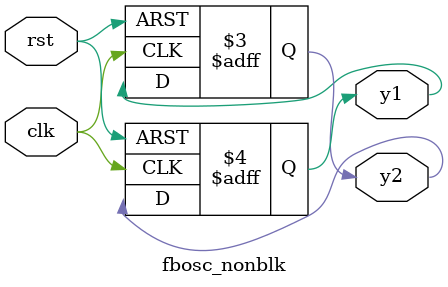
<source format=v>
module fbosc_nonblk(y1, y2, clk, rst);
    output y1, y2;
    input  clk, rst;
    reg    y1, y2;

    always @(posedge clk or posedge rst) begin
        if(rst) y1 <= 0;
        else    y1 <= y2;
    end

    always @(posedge clk or posedge rst) begin
        if(rst) y2 <= 1;
        else    y2 <= y1;
    end
endmodule
</source>
